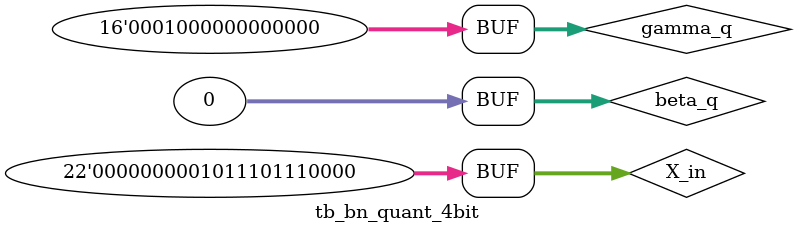
<source format=v>
`timescale 1ns / 1ps


module tb_bn_quant_4bit();
    parameter XW = 22;        
    parameter Q  = 18;        
    parameter S  = 8;        
    parameter SIGNED_MODE = 1 ;
    reg signed [XW-1:0]X_in;
    reg signed [15:0]gamma_q;  // ¦Ã Q1.14 -2|+1.9999 0.1|3.0  
    reg signed [31:0]beta_q;   // ¦Â Q8.23 -128|+128 -2.0|2.0
    wire signed [3:0]Y_out;

initial begin
    // case1: ¦Ã = 1.0, ¦Â = 0
    // gamma_q = 1.0 * 2^14 = 16384 = 16'h4000
    // beta_q  = 0.0 * 2^23 = 0
    X_in     = 22'sd1024;    // ÊäÈëÔ¼ 0.5 (¼ÙÉèÊäÈë·¶Î§¡Ö[-2048,2047])
    gamma_q  = 16'sd16384;
    beta_q   = 32'sd0;
    #10;
    
    // case2: ¦Ã = 0.5, ¦Â = +1.0
    // gamma_q = 0.5 * 2^14 = 8192
    // beta_q  = 1.0 * 2^23 = 8388608
    X_in     = 22'sd2048;
    gamma_q  = 16'sd8192;
    beta_q   = 32'sd8388608;
    #10;
    
    // case3: ¦Ã = 1.5, ¦Â = -0.5
    // gamma_q = 1.5 * 2^14 = 24576
    // beta_q  = -0.5 * 2^23 = -4194304
    X_in     = 22'sd4096;
    gamma_q  = 16'sd24576;
    beta_q   = -32'sd4194304;
    #10;

    // case4: ¦Ã = 2.0, ¦Â = 0  ¡ú ¹Û²ìÊÇ·ñclip
    gamma_q  = 16'sd32768;
    beta_q   = 32'sd0;
    X_in     = 22'sd6000;
    #10;

    // case5: ¦Ã = 0.25, ¦Â = 0 ¡ú ËõÐ¡Êä³ö
    gamma_q  = 16'sd4096;
    beta_q   = 32'sd0;
    X_in     = 22'sd6000;
    #10;

end

bn_quant_4bit #(
    .XW(22),       
    .Q (18),        
    .S (8) ,        
    .SIGNED_MODE(1) 
)bn_quant_4bit(
    .X_in(X_in),
    .gamma_q(gamma_q), 
    .beta_q(beta_q),  
    .Y_out(Y_out)
);

endmodule

</source>
